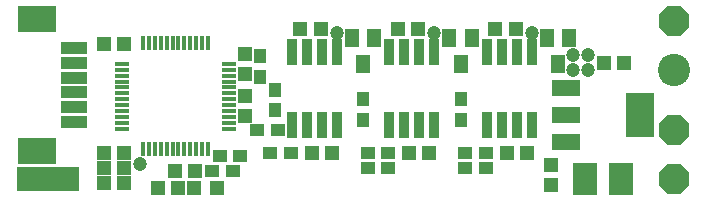
<source format=gbr>
G04 --- HEADER BEGIN --- *
%TF.GenerationSoftware,LibrePCB,LibrePCB,0.1.1-unstable*%
%TF.CreationDate,2019-06-09T12:53:25*%
%TF.ProjectId,Brushless Controller - default,345039e0-aa20-4574-aecf-6ad16ab42204,v1*%
%TF.Part,Single*%
%FSLAX66Y66*%
%MOMM*%
G01*
G74*
G04 --- HEADER END --- *
G04 --- APERTURE LIST BEGIN --- *
%ADD10R,1.2X1.3*%
%ADD11R,1.3X1.2*%
%ADD12R,1.05X1.15*%
%ADD13R,1.2X1.6*%
%ADD14R,2.15X2.7*%
%ADD15R,1.15X1.05*%
%ADD16R,2.4X3.8*%
%ADD17R,2.435X1.419*%
%ADD18R,0.8604X2.232*%
%ADD19R,1.2X1.2*%
%ADD20P,2.74X8X22.5*%
%ADD21R,5.28X2.0288*%
%ADD22R,3.2X2.3*%
%ADD23R,2.2X1.0*%
%ADD24R,1.2X0.4*%
%ADD25R,0.4X1.2*%
%ADD26P,2.74X8X292.5*%
%ADD27C,2.74*%
%ADD28C,1.2*%
G04 --- APERTURE LIST END --- *
G04 --- BOARD BEGIN --- *
D10*
X19843750Y10421250D03*
X19843750Y12121250D03*
D11*
X33757500Y3810000D03*
X35457500Y3810000D03*
X41060000Y14287500D03*
X42760000Y14287500D03*
D10*
X45720000Y2755000D03*
X45720000Y1055000D03*
D12*
X29845000Y8336250D03*
X29845000Y6586250D03*
D13*
X37150000Y13482500D03*
X38100000Y11282500D03*
X39050000Y13482500D03*
D11*
X32805000Y14287500D03*
X34505000Y14287500D03*
X7881250Y2540000D03*
X9581250Y2540000D03*
D14*
X51690000Y1587500D03*
X48640000Y1587500D03*
D11*
X12485000Y793750D03*
X14185000Y793750D03*
D15*
X21985000Y3810000D03*
X23735000Y3810000D03*
D11*
X51967500Y11430000D03*
X50267500Y11430000D03*
D16*
X53264000Y6985000D03*
D17*
X47066000Y4674000D03*
X47066000Y6985000D03*
X47066000Y9296000D03*
D12*
X21113750Y10237500D03*
X21113750Y11987500D03*
D11*
X7881250Y3810000D03*
X9581250Y3810000D03*
X24550000Y14287500D03*
X26250000Y14287500D03*
D18*
X40322500Y12280900D03*
X41592500Y6134100D03*
X40322500Y6134100D03*
X42862500Y12280900D03*
X42862500Y6134100D03*
X44132500Y6134100D03*
X44132500Y12280900D03*
X41592500Y12280900D03*
D11*
X13913750Y2222500D03*
X15613750Y2222500D03*
D19*
X17510000Y793750D03*
X15510000Y793750D03*
D20*
X56197500Y1587500D03*
D11*
X7881250Y13017500D03*
X9581250Y13017500D03*
D15*
X38495000Y2540000D03*
X40245000Y2540000D03*
D20*
X56197500Y14922500D03*
D11*
X7881250Y1270000D03*
X9581250Y1270000D03*
D21*
X3175000Y1587500D03*
D10*
X19843750Y8628750D03*
X19843750Y6928750D03*
D11*
X42012500Y3810000D03*
X43712500Y3810000D03*
X25502500Y3810000D03*
X27202500Y3810000D03*
D22*
X2232500Y15150000D03*
X2232500Y3900000D03*
D23*
X5357500Y7650000D03*
X5357500Y12650000D03*
X5357500Y10150000D03*
X5357500Y11400000D03*
X5357500Y8900000D03*
X5357500Y6400000D03*
D18*
X32067500Y12280900D03*
X33337500Y6134100D03*
X32067500Y6134100D03*
X34607500Y12280900D03*
X34607500Y6134100D03*
X35877500Y6134100D03*
X35877500Y12280900D03*
X33337500Y12280900D03*
D24*
X9470000Y10322500D03*
X9470000Y6322500D03*
X9470000Y6822500D03*
X18470000Y10322500D03*
D25*
X13220000Y13072500D03*
D24*
X18470000Y6822500D03*
X18470000Y11322500D03*
D25*
X16720000Y13072500D03*
D24*
X9470000Y9322500D03*
X9470000Y11322500D03*
D25*
X16720000Y4072500D03*
X12720000Y13072500D03*
D24*
X9470000Y7322500D03*
D25*
X12720000Y4072500D03*
X15220000Y4072500D03*
D24*
X18470000Y9822500D03*
X18470000Y7322500D03*
X18470000Y6322500D03*
D25*
X15720000Y4072500D03*
X14220000Y13072500D03*
X16220000Y4072500D03*
D24*
X18470000Y10822500D03*
D25*
X11220000Y4072500D03*
X14720000Y13072500D03*
D24*
X9470000Y9822500D03*
D25*
X13720000Y4072500D03*
X14220000Y4072500D03*
X16220000Y13072500D03*
D24*
X18470000Y8822500D03*
D25*
X11720000Y4072500D03*
D24*
X9470000Y5822500D03*
X9470000Y10822500D03*
D25*
X15720000Y13072500D03*
X12220000Y13072500D03*
X13220000Y4072500D03*
D24*
X18470000Y9322500D03*
X18470000Y8322500D03*
D25*
X14720000Y4072500D03*
D24*
X9470000Y8822500D03*
D25*
X11220000Y13072500D03*
D24*
X9470000Y7822500D03*
X18470000Y7822500D03*
D25*
X12220000Y4072500D03*
X11720000Y13072500D03*
X15220000Y13072500D03*
D24*
X18470000Y5822500D03*
X9470000Y8322500D03*
D25*
X13720000Y13072500D03*
D13*
X28895000Y13482500D03*
X29845000Y11282500D03*
X30795000Y13482500D03*
D12*
X22383750Y9130000D03*
X22383750Y7380000D03*
D15*
X30240000Y2540000D03*
X31990000Y2540000D03*
X30240000Y3810000D03*
X31990000Y3810000D03*
X19448750Y3492500D03*
X17698750Y3492500D03*
X18813750Y2222500D03*
X17063750Y2222500D03*
D13*
X45405000Y13482500D03*
X46355000Y11282500D03*
X47305000Y13482500D03*
D15*
X20873750Y5715000D03*
X22623750Y5715000D03*
D18*
X23812500Y12280900D03*
X25082500Y6134100D03*
X23812500Y6134100D03*
X26352500Y12280900D03*
X26352500Y6134100D03*
X27622500Y6134100D03*
X27622500Y12280900D03*
X25082500Y12280900D03*
D12*
X38100000Y8336250D03*
X38100000Y6586250D03*
D15*
X38495000Y3810000D03*
X40245000Y3810000D03*
D26*
X56197500Y5715000D03*
D27*
X56197500Y10795000D03*
D28*
X48895000Y10795000D03*
X47625000Y10795000D03*
X47625000Y12065000D03*
X48895000Y12065000D03*
X44132500Y13970000D03*
X10953750Y2857500D03*
X27622500Y13970000D03*
X35877500Y13970000D03*
G04 --- BOARD END --- *
%TF.MD5,193cf192feb82365bfbb4796d3bfc89d*%
M02*

</source>
